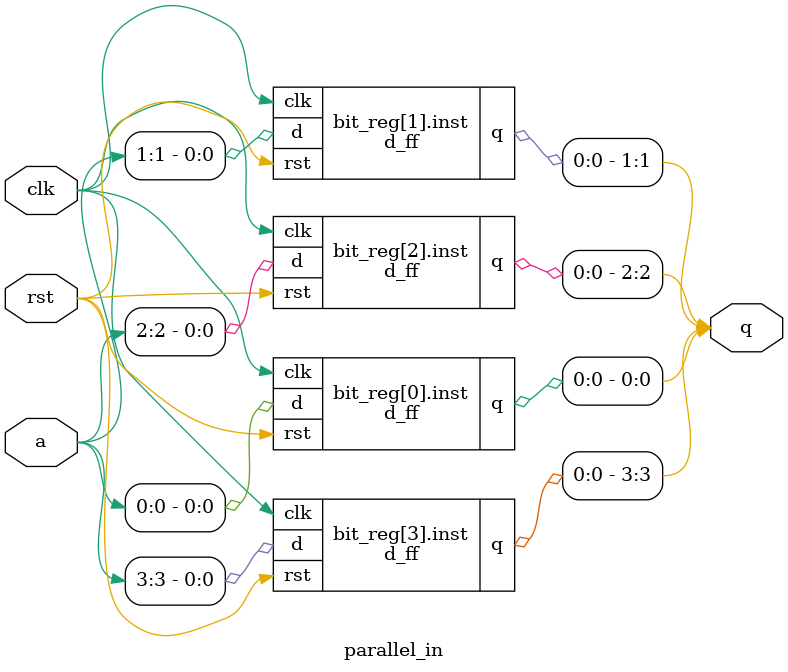
<source format=v>
module d_ff(input d,clk, rst,output reg q);

always @ (posedge clk or posedge rst)//asynchronous reset
   begin
	if(rst)
		q=0;//if rst=1 then q=0 is executed
	else
	       	q=d;
   end

endmodule



/*module parallel_in (input clk,rst,input [3:0] a,output  [3:0]q);

genvar i;
generate
	for (i=0;i<4;i=i+1)begin:bit_reg
		d_ff inst (a[i],clk,rst,q[i]);
	end
endgenerate

endmodule*/	


module parallel_in #(parameter n=4 ) (input clk,rst,input [n-1:0] a,output  [n-1:0]q);

genvar i;
generate
        for (i=0;i<n;i=i+1)begin:bit_reg
                d_ff inst (a[i],clk,rst,q[i]);
        end
endgenerate

endmodule

</source>
